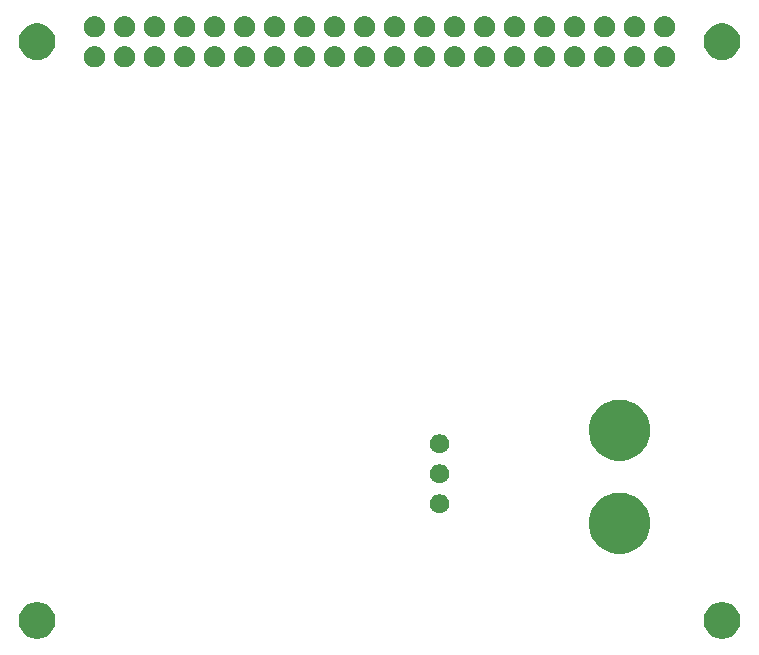
<source format=gbr>
G04 #@! TF.GenerationSoftware,KiCad,Pcbnew,(5.0.2)-1*
G04 #@! TF.CreationDate,2019-02-28T16:47:17-06:00*
G04 #@! TF.ProjectId,RaspberryPiBreakout_Hardware,52617370-6265-4727-9279-506942726561,rev?*
G04 #@! TF.SameCoordinates,Original*
G04 #@! TF.FileFunction,Soldermask,Bot*
G04 #@! TF.FilePolarity,Negative*
%FSLAX46Y46*%
G04 Gerber Fmt 4.6, Leading zero omitted, Abs format (unit mm)*
G04 Created by KiCad (PCBNEW (5.0.2)-1) date 2/28/2019 4:47:17 PM*
%MOMM*%
%LPD*%
G01*
G04 APERTURE LIST*
%ADD10C,0.100000*%
G04 APERTURE END LIST*
D10*
G36*
X176672527Y-125212736D02*
X176772410Y-125232604D01*
X177054674Y-125349521D01*
X177308705Y-125519259D01*
X177524741Y-125735295D01*
X177694479Y-125989326D01*
X177811396Y-126271590D01*
X177871000Y-126571240D01*
X177871000Y-126876760D01*
X177811396Y-127176410D01*
X177694479Y-127458674D01*
X177524741Y-127712705D01*
X177308705Y-127928741D01*
X177054674Y-128098479D01*
X176772410Y-128215396D01*
X176672527Y-128235264D01*
X176472762Y-128275000D01*
X176167238Y-128275000D01*
X175967473Y-128235264D01*
X175867590Y-128215396D01*
X175585326Y-128098479D01*
X175331295Y-127928741D01*
X175115259Y-127712705D01*
X174945521Y-127458674D01*
X174828604Y-127176410D01*
X174769000Y-126876760D01*
X174769000Y-126571240D01*
X174828604Y-126271590D01*
X174945521Y-125989326D01*
X175115259Y-125735295D01*
X175331295Y-125519259D01*
X175585326Y-125349521D01*
X175867590Y-125232604D01*
X175967473Y-125212736D01*
X176167238Y-125173000D01*
X176472762Y-125173000D01*
X176672527Y-125212736D01*
X176672527Y-125212736D01*
G37*
G36*
X118672527Y-125212736D02*
X118772410Y-125232604D01*
X119054674Y-125349521D01*
X119308705Y-125519259D01*
X119524741Y-125735295D01*
X119694479Y-125989326D01*
X119811396Y-126271590D01*
X119871000Y-126571240D01*
X119871000Y-126876760D01*
X119811396Y-127176410D01*
X119694479Y-127458674D01*
X119524741Y-127712705D01*
X119308705Y-127928741D01*
X119054674Y-128098479D01*
X118772410Y-128215396D01*
X118672527Y-128235264D01*
X118472762Y-128275000D01*
X118167238Y-128275000D01*
X117967473Y-128235264D01*
X117867590Y-128215396D01*
X117585326Y-128098479D01*
X117331295Y-127928741D01*
X117115259Y-127712705D01*
X116945521Y-127458674D01*
X116828604Y-127176410D01*
X116769000Y-126876760D01*
X116769000Y-126571240D01*
X116828604Y-126271590D01*
X116945521Y-125989326D01*
X117115259Y-125735295D01*
X117331295Y-125519259D01*
X117585326Y-125349521D01*
X117867590Y-125232604D01*
X117967473Y-125212736D01*
X118167238Y-125173000D01*
X118472762Y-125173000D01*
X118672527Y-125212736D01*
X118672527Y-125212736D01*
G37*
G36*
X168228908Y-115966380D02*
X168395767Y-115999570D01*
X168867299Y-116194885D01*
X169288803Y-116476526D01*
X169291669Y-116478441D01*
X169652559Y-116839331D01*
X169652561Y-116839334D01*
X169936115Y-117263701D01*
X170131430Y-117735233D01*
X170231000Y-118235809D01*
X170231000Y-118746191D01*
X170131430Y-119246767D01*
X169936115Y-119718299D01*
X169654474Y-120139803D01*
X169652559Y-120142669D01*
X169291669Y-120503559D01*
X169291666Y-120503561D01*
X168867299Y-120787115D01*
X168395767Y-120982430D01*
X168228908Y-121015620D01*
X167895193Y-121082000D01*
X167384807Y-121082000D01*
X167051092Y-121015620D01*
X166884233Y-120982430D01*
X166412701Y-120787115D01*
X165988334Y-120503561D01*
X165988331Y-120503559D01*
X165627441Y-120142669D01*
X165625526Y-120139803D01*
X165343885Y-119718299D01*
X165148570Y-119246767D01*
X165049000Y-118746191D01*
X165049000Y-118235809D01*
X165148570Y-117735233D01*
X165343885Y-117263701D01*
X165627439Y-116839334D01*
X165627441Y-116839331D01*
X165988331Y-116478441D01*
X165991197Y-116476526D01*
X166412701Y-116194885D01*
X166884233Y-115999570D01*
X167051092Y-115966380D01*
X167384807Y-115900000D01*
X167895193Y-115900000D01*
X168228908Y-115966380D01*
X168228908Y-115966380D01*
G37*
G36*
X152637142Y-116058242D02*
X152785102Y-116119530D01*
X152918258Y-116208502D01*
X153031498Y-116321742D01*
X153120470Y-116454898D01*
X153181758Y-116602858D01*
X153213000Y-116759925D01*
X153213000Y-116920075D01*
X153181758Y-117077142D01*
X153120470Y-117225102D01*
X153031498Y-117358258D01*
X152918258Y-117471498D01*
X152785102Y-117560470D01*
X152637142Y-117621758D01*
X152480075Y-117653000D01*
X152319925Y-117653000D01*
X152162858Y-117621758D01*
X152014898Y-117560470D01*
X151881742Y-117471498D01*
X151768502Y-117358258D01*
X151679530Y-117225102D01*
X151618242Y-117077142D01*
X151587000Y-116920075D01*
X151587000Y-116759925D01*
X151618242Y-116602858D01*
X151679530Y-116454898D01*
X151768502Y-116321742D01*
X151881742Y-116208502D01*
X152014898Y-116119530D01*
X152162858Y-116058242D01*
X152319925Y-116027000D01*
X152480075Y-116027000D01*
X152637142Y-116058242D01*
X152637142Y-116058242D01*
G37*
G36*
X152637142Y-113518242D02*
X152785102Y-113579530D01*
X152918258Y-113668502D01*
X153031498Y-113781742D01*
X153120470Y-113914898D01*
X153181758Y-114062858D01*
X153213000Y-114219925D01*
X153213000Y-114380075D01*
X153181758Y-114537142D01*
X153120470Y-114685102D01*
X153031498Y-114818258D01*
X152918258Y-114931498D01*
X152785102Y-115020470D01*
X152637142Y-115081758D01*
X152480075Y-115113000D01*
X152319925Y-115113000D01*
X152162858Y-115081758D01*
X152014898Y-115020470D01*
X151881742Y-114931498D01*
X151768502Y-114818258D01*
X151679530Y-114685102D01*
X151618242Y-114537142D01*
X151587000Y-114380075D01*
X151587000Y-114219925D01*
X151618242Y-114062858D01*
X151679530Y-113914898D01*
X151768502Y-113781742D01*
X151881742Y-113668502D01*
X152014898Y-113579530D01*
X152162858Y-113518242D01*
X152319925Y-113487000D01*
X152480075Y-113487000D01*
X152637142Y-113518242D01*
X152637142Y-113518242D01*
G37*
G36*
X168228908Y-108092380D02*
X168395767Y-108125570D01*
X168867299Y-108320885D01*
X169288803Y-108602526D01*
X169291669Y-108604441D01*
X169652559Y-108965331D01*
X169652561Y-108965334D01*
X169936115Y-109389701D01*
X169936115Y-109389702D01*
X170131430Y-109861234D01*
X170231000Y-110361807D01*
X170231000Y-110872193D01*
X170180017Y-111128501D01*
X170131430Y-111372767D01*
X169936115Y-111844299D01*
X169735125Y-112145100D01*
X169652559Y-112268669D01*
X169291669Y-112629559D01*
X169291666Y-112629561D01*
X168867299Y-112913115D01*
X168395767Y-113108430D01*
X168228908Y-113141620D01*
X167895193Y-113208000D01*
X167384807Y-113208000D01*
X167051092Y-113141620D01*
X166884233Y-113108430D01*
X166412701Y-112913115D01*
X165988334Y-112629561D01*
X165988331Y-112629559D01*
X165627441Y-112268669D01*
X165544875Y-112145100D01*
X165343885Y-111844299D01*
X165148570Y-111372767D01*
X165099983Y-111128501D01*
X165049000Y-110872193D01*
X165049000Y-110361807D01*
X165148570Y-109861234D01*
X165343885Y-109389702D01*
X165343885Y-109389701D01*
X165627439Y-108965334D01*
X165627441Y-108965331D01*
X165988331Y-108604441D01*
X165991197Y-108602526D01*
X166412701Y-108320885D01*
X166884233Y-108125570D01*
X167051092Y-108092380D01*
X167384807Y-108026000D01*
X167895193Y-108026000D01*
X168228908Y-108092380D01*
X168228908Y-108092380D01*
G37*
G36*
X152637142Y-110978242D02*
X152785102Y-111039530D01*
X152918258Y-111128502D01*
X153031498Y-111241742D01*
X153120470Y-111374898D01*
X153181758Y-111522858D01*
X153213000Y-111679925D01*
X153213000Y-111840075D01*
X153181758Y-111997142D01*
X153120470Y-112145102D01*
X153031498Y-112278258D01*
X152918258Y-112391498D01*
X152785102Y-112480470D01*
X152637142Y-112541758D01*
X152480075Y-112573000D01*
X152319925Y-112573000D01*
X152162858Y-112541758D01*
X152014898Y-112480470D01*
X151881742Y-112391498D01*
X151768502Y-112278258D01*
X151679530Y-112145102D01*
X151618242Y-111997142D01*
X151587000Y-111840075D01*
X151587000Y-111679925D01*
X151618242Y-111522858D01*
X151679530Y-111374898D01*
X151768502Y-111241742D01*
X151881742Y-111128502D01*
X152014898Y-111039530D01*
X152162858Y-110978242D01*
X152319925Y-110947000D01*
X152480075Y-110947000D01*
X152637142Y-110978242D01*
X152637142Y-110978242D01*
G37*
G36*
X146312812Y-78127624D02*
X146476784Y-78195544D01*
X146624354Y-78294147D01*
X146749853Y-78419646D01*
X146848456Y-78567216D01*
X146916376Y-78731188D01*
X146951000Y-78905259D01*
X146951000Y-79082741D01*
X146916376Y-79256812D01*
X146848456Y-79420784D01*
X146749853Y-79568354D01*
X146624354Y-79693853D01*
X146476784Y-79792456D01*
X146312812Y-79860376D01*
X146138741Y-79895000D01*
X145961259Y-79895000D01*
X145787188Y-79860376D01*
X145623216Y-79792456D01*
X145475646Y-79693853D01*
X145350147Y-79568354D01*
X145251544Y-79420784D01*
X145183624Y-79256812D01*
X145149000Y-79082741D01*
X145149000Y-78905259D01*
X145183624Y-78731188D01*
X145251544Y-78567216D01*
X145350147Y-78419646D01*
X145475646Y-78294147D01*
X145623216Y-78195544D01*
X145787188Y-78127624D01*
X145961259Y-78093000D01*
X146138741Y-78093000D01*
X146312812Y-78127624D01*
X146312812Y-78127624D01*
G37*
G36*
X128532812Y-78127624D02*
X128696784Y-78195544D01*
X128844354Y-78294147D01*
X128969853Y-78419646D01*
X129068456Y-78567216D01*
X129136376Y-78731188D01*
X129171000Y-78905259D01*
X129171000Y-79082741D01*
X129136376Y-79256812D01*
X129068456Y-79420784D01*
X128969853Y-79568354D01*
X128844354Y-79693853D01*
X128696784Y-79792456D01*
X128532812Y-79860376D01*
X128358741Y-79895000D01*
X128181259Y-79895000D01*
X128007188Y-79860376D01*
X127843216Y-79792456D01*
X127695646Y-79693853D01*
X127570147Y-79568354D01*
X127471544Y-79420784D01*
X127403624Y-79256812D01*
X127369000Y-79082741D01*
X127369000Y-78905259D01*
X127403624Y-78731188D01*
X127471544Y-78567216D01*
X127570147Y-78419646D01*
X127695646Y-78294147D01*
X127843216Y-78195544D01*
X128007188Y-78127624D01*
X128181259Y-78093000D01*
X128358741Y-78093000D01*
X128532812Y-78127624D01*
X128532812Y-78127624D01*
G37*
G36*
X143772812Y-78127624D02*
X143936784Y-78195544D01*
X144084354Y-78294147D01*
X144209853Y-78419646D01*
X144308456Y-78567216D01*
X144376376Y-78731188D01*
X144411000Y-78905259D01*
X144411000Y-79082741D01*
X144376376Y-79256812D01*
X144308456Y-79420784D01*
X144209853Y-79568354D01*
X144084354Y-79693853D01*
X143936784Y-79792456D01*
X143772812Y-79860376D01*
X143598741Y-79895000D01*
X143421259Y-79895000D01*
X143247188Y-79860376D01*
X143083216Y-79792456D01*
X142935646Y-79693853D01*
X142810147Y-79568354D01*
X142711544Y-79420784D01*
X142643624Y-79256812D01*
X142609000Y-79082741D01*
X142609000Y-78905259D01*
X142643624Y-78731188D01*
X142711544Y-78567216D01*
X142810147Y-78419646D01*
X142935646Y-78294147D01*
X143083216Y-78195544D01*
X143247188Y-78127624D01*
X143421259Y-78093000D01*
X143598741Y-78093000D01*
X143772812Y-78127624D01*
X143772812Y-78127624D01*
G37*
G36*
X141232812Y-78127624D02*
X141396784Y-78195544D01*
X141544354Y-78294147D01*
X141669853Y-78419646D01*
X141768456Y-78567216D01*
X141836376Y-78731188D01*
X141871000Y-78905259D01*
X141871000Y-79082741D01*
X141836376Y-79256812D01*
X141768456Y-79420784D01*
X141669853Y-79568354D01*
X141544354Y-79693853D01*
X141396784Y-79792456D01*
X141232812Y-79860376D01*
X141058741Y-79895000D01*
X140881259Y-79895000D01*
X140707188Y-79860376D01*
X140543216Y-79792456D01*
X140395646Y-79693853D01*
X140270147Y-79568354D01*
X140171544Y-79420784D01*
X140103624Y-79256812D01*
X140069000Y-79082741D01*
X140069000Y-78905259D01*
X140103624Y-78731188D01*
X140171544Y-78567216D01*
X140270147Y-78419646D01*
X140395646Y-78294147D01*
X140543216Y-78195544D01*
X140707188Y-78127624D01*
X140881259Y-78093000D01*
X141058741Y-78093000D01*
X141232812Y-78127624D01*
X141232812Y-78127624D01*
G37*
G36*
X138692812Y-78127624D02*
X138856784Y-78195544D01*
X139004354Y-78294147D01*
X139129853Y-78419646D01*
X139228456Y-78567216D01*
X139296376Y-78731188D01*
X139331000Y-78905259D01*
X139331000Y-79082741D01*
X139296376Y-79256812D01*
X139228456Y-79420784D01*
X139129853Y-79568354D01*
X139004354Y-79693853D01*
X138856784Y-79792456D01*
X138692812Y-79860376D01*
X138518741Y-79895000D01*
X138341259Y-79895000D01*
X138167188Y-79860376D01*
X138003216Y-79792456D01*
X137855646Y-79693853D01*
X137730147Y-79568354D01*
X137631544Y-79420784D01*
X137563624Y-79256812D01*
X137529000Y-79082741D01*
X137529000Y-78905259D01*
X137563624Y-78731188D01*
X137631544Y-78567216D01*
X137730147Y-78419646D01*
X137855646Y-78294147D01*
X138003216Y-78195544D01*
X138167188Y-78127624D01*
X138341259Y-78093000D01*
X138518741Y-78093000D01*
X138692812Y-78127624D01*
X138692812Y-78127624D01*
G37*
G36*
X136152812Y-78127624D02*
X136316784Y-78195544D01*
X136464354Y-78294147D01*
X136589853Y-78419646D01*
X136688456Y-78567216D01*
X136756376Y-78731188D01*
X136791000Y-78905259D01*
X136791000Y-79082741D01*
X136756376Y-79256812D01*
X136688456Y-79420784D01*
X136589853Y-79568354D01*
X136464354Y-79693853D01*
X136316784Y-79792456D01*
X136152812Y-79860376D01*
X135978741Y-79895000D01*
X135801259Y-79895000D01*
X135627188Y-79860376D01*
X135463216Y-79792456D01*
X135315646Y-79693853D01*
X135190147Y-79568354D01*
X135091544Y-79420784D01*
X135023624Y-79256812D01*
X134989000Y-79082741D01*
X134989000Y-78905259D01*
X135023624Y-78731188D01*
X135091544Y-78567216D01*
X135190147Y-78419646D01*
X135315646Y-78294147D01*
X135463216Y-78195544D01*
X135627188Y-78127624D01*
X135801259Y-78093000D01*
X135978741Y-78093000D01*
X136152812Y-78127624D01*
X136152812Y-78127624D01*
G37*
G36*
X133612812Y-78127624D02*
X133776784Y-78195544D01*
X133924354Y-78294147D01*
X134049853Y-78419646D01*
X134148456Y-78567216D01*
X134216376Y-78731188D01*
X134251000Y-78905259D01*
X134251000Y-79082741D01*
X134216376Y-79256812D01*
X134148456Y-79420784D01*
X134049853Y-79568354D01*
X133924354Y-79693853D01*
X133776784Y-79792456D01*
X133612812Y-79860376D01*
X133438741Y-79895000D01*
X133261259Y-79895000D01*
X133087188Y-79860376D01*
X132923216Y-79792456D01*
X132775646Y-79693853D01*
X132650147Y-79568354D01*
X132551544Y-79420784D01*
X132483624Y-79256812D01*
X132449000Y-79082741D01*
X132449000Y-78905259D01*
X132483624Y-78731188D01*
X132551544Y-78567216D01*
X132650147Y-78419646D01*
X132775646Y-78294147D01*
X132923216Y-78195544D01*
X133087188Y-78127624D01*
X133261259Y-78093000D01*
X133438741Y-78093000D01*
X133612812Y-78127624D01*
X133612812Y-78127624D01*
G37*
G36*
X131072812Y-78127624D02*
X131236784Y-78195544D01*
X131384354Y-78294147D01*
X131509853Y-78419646D01*
X131608456Y-78567216D01*
X131676376Y-78731188D01*
X131711000Y-78905259D01*
X131711000Y-79082741D01*
X131676376Y-79256812D01*
X131608456Y-79420784D01*
X131509853Y-79568354D01*
X131384354Y-79693853D01*
X131236784Y-79792456D01*
X131072812Y-79860376D01*
X130898741Y-79895000D01*
X130721259Y-79895000D01*
X130547188Y-79860376D01*
X130383216Y-79792456D01*
X130235646Y-79693853D01*
X130110147Y-79568354D01*
X130011544Y-79420784D01*
X129943624Y-79256812D01*
X129909000Y-79082741D01*
X129909000Y-78905259D01*
X129943624Y-78731188D01*
X130011544Y-78567216D01*
X130110147Y-78419646D01*
X130235646Y-78294147D01*
X130383216Y-78195544D01*
X130547188Y-78127624D01*
X130721259Y-78093000D01*
X130898741Y-78093000D01*
X131072812Y-78127624D01*
X131072812Y-78127624D01*
G37*
G36*
X125992812Y-78127624D02*
X126156784Y-78195544D01*
X126304354Y-78294147D01*
X126429853Y-78419646D01*
X126528456Y-78567216D01*
X126596376Y-78731188D01*
X126631000Y-78905259D01*
X126631000Y-79082741D01*
X126596376Y-79256812D01*
X126528456Y-79420784D01*
X126429853Y-79568354D01*
X126304354Y-79693853D01*
X126156784Y-79792456D01*
X125992812Y-79860376D01*
X125818741Y-79895000D01*
X125641259Y-79895000D01*
X125467188Y-79860376D01*
X125303216Y-79792456D01*
X125155646Y-79693853D01*
X125030147Y-79568354D01*
X124931544Y-79420784D01*
X124863624Y-79256812D01*
X124829000Y-79082741D01*
X124829000Y-78905259D01*
X124863624Y-78731188D01*
X124931544Y-78567216D01*
X125030147Y-78419646D01*
X125155646Y-78294147D01*
X125303216Y-78195544D01*
X125467188Y-78127624D01*
X125641259Y-78093000D01*
X125818741Y-78093000D01*
X125992812Y-78127624D01*
X125992812Y-78127624D01*
G37*
G36*
X123452812Y-78127624D02*
X123616784Y-78195544D01*
X123764354Y-78294147D01*
X123889853Y-78419646D01*
X123988456Y-78567216D01*
X124056376Y-78731188D01*
X124091000Y-78905259D01*
X124091000Y-79082741D01*
X124056376Y-79256812D01*
X123988456Y-79420784D01*
X123889853Y-79568354D01*
X123764354Y-79693853D01*
X123616784Y-79792456D01*
X123452812Y-79860376D01*
X123278741Y-79895000D01*
X123101259Y-79895000D01*
X122927188Y-79860376D01*
X122763216Y-79792456D01*
X122615646Y-79693853D01*
X122490147Y-79568354D01*
X122391544Y-79420784D01*
X122323624Y-79256812D01*
X122289000Y-79082741D01*
X122289000Y-78905259D01*
X122323624Y-78731188D01*
X122391544Y-78567216D01*
X122490147Y-78419646D01*
X122615646Y-78294147D01*
X122763216Y-78195544D01*
X122927188Y-78127624D01*
X123101259Y-78093000D01*
X123278741Y-78093000D01*
X123452812Y-78127624D01*
X123452812Y-78127624D01*
G37*
G36*
X151392812Y-78127624D02*
X151556784Y-78195544D01*
X151704354Y-78294147D01*
X151829853Y-78419646D01*
X151928456Y-78567216D01*
X151996376Y-78731188D01*
X152031000Y-78905259D01*
X152031000Y-79082741D01*
X151996376Y-79256812D01*
X151928456Y-79420784D01*
X151829853Y-79568354D01*
X151704354Y-79693853D01*
X151556784Y-79792456D01*
X151392812Y-79860376D01*
X151218741Y-79895000D01*
X151041259Y-79895000D01*
X150867188Y-79860376D01*
X150703216Y-79792456D01*
X150555646Y-79693853D01*
X150430147Y-79568354D01*
X150331544Y-79420784D01*
X150263624Y-79256812D01*
X150229000Y-79082741D01*
X150229000Y-78905259D01*
X150263624Y-78731188D01*
X150331544Y-78567216D01*
X150430147Y-78419646D01*
X150555646Y-78294147D01*
X150703216Y-78195544D01*
X150867188Y-78127624D01*
X151041259Y-78093000D01*
X151218741Y-78093000D01*
X151392812Y-78127624D01*
X151392812Y-78127624D01*
G37*
G36*
X156472812Y-78127624D02*
X156636784Y-78195544D01*
X156784354Y-78294147D01*
X156909853Y-78419646D01*
X157008456Y-78567216D01*
X157076376Y-78731188D01*
X157111000Y-78905259D01*
X157111000Y-79082741D01*
X157076376Y-79256812D01*
X157008456Y-79420784D01*
X156909853Y-79568354D01*
X156784354Y-79693853D01*
X156636784Y-79792456D01*
X156472812Y-79860376D01*
X156298741Y-79895000D01*
X156121259Y-79895000D01*
X155947188Y-79860376D01*
X155783216Y-79792456D01*
X155635646Y-79693853D01*
X155510147Y-79568354D01*
X155411544Y-79420784D01*
X155343624Y-79256812D01*
X155309000Y-79082741D01*
X155309000Y-78905259D01*
X155343624Y-78731188D01*
X155411544Y-78567216D01*
X155510147Y-78419646D01*
X155635646Y-78294147D01*
X155783216Y-78195544D01*
X155947188Y-78127624D01*
X156121259Y-78093000D01*
X156298741Y-78093000D01*
X156472812Y-78127624D01*
X156472812Y-78127624D01*
G37*
G36*
X164092812Y-78127624D02*
X164256784Y-78195544D01*
X164404354Y-78294147D01*
X164529853Y-78419646D01*
X164628456Y-78567216D01*
X164696376Y-78731188D01*
X164731000Y-78905259D01*
X164731000Y-79082741D01*
X164696376Y-79256812D01*
X164628456Y-79420784D01*
X164529853Y-79568354D01*
X164404354Y-79693853D01*
X164256784Y-79792456D01*
X164092812Y-79860376D01*
X163918741Y-79895000D01*
X163741259Y-79895000D01*
X163567188Y-79860376D01*
X163403216Y-79792456D01*
X163255646Y-79693853D01*
X163130147Y-79568354D01*
X163031544Y-79420784D01*
X162963624Y-79256812D01*
X162929000Y-79082741D01*
X162929000Y-78905259D01*
X162963624Y-78731188D01*
X163031544Y-78567216D01*
X163130147Y-78419646D01*
X163255646Y-78294147D01*
X163403216Y-78195544D01*
X163567188Y-78127624D01*
X163741259Y-78093000D01*
X163918741Y-78093000D01*
X164092812Y-78127624D01*
X164092812Y-78127624D01*
G37*
G36*
X166632812Y-78127624D02*
X166796784Y-78195544D01*
X166944354Y-78294147D01*
X167069853Y-78419646D01*
X167168456Y-78567216D01*
X167236376Y-78731188D01*
X167271000Y-78905259D01*
X167271000Y-79082741D01*
X167236376Y-79256812D01*
X167168456Y-79420784D01*
X167069853Y-79568354D01*
X166944354Y-79693853D01*
X166796784Y-79792456D01*
X166632812Y-79860376D01*
X166458741Y-79895000D01*
X166281259Y-79895000D01*
X166107188Y-79860376D01*
X165943216Y-79792456D01*
X165795646Y-79693853D01*
X165670147Y-79568354D01*
X165571544Y-79420784D01*
X165503624Y-79256812D01*
X165469000Y-79082741D01*
X165469000Y-78905259D01*
X165503624Y-78731188D01*
X165571544Y-78567216D01*
X165670147Y-78419646D01*
X165795646Y-78294147D01*
X165943216Y-78195544D01*
X166107188Y-78127624D01*
X166281259Y-78093000D01*
X166458741Y-78093000D01*
X166632812Y-78127624D01*
X166632812Y-78127624D01*
G37*
G36*
X169172812Y-78127624D02*
X169336784Y-78195544D01*
X169484354Y-78294147D01*
X169609853Y-78419646D01*
X169708456Y-78567216D01*
X169776376Y-78731188D01*
X169811000Y-78905259D01*
X169811000Y-79082741D01*
X169776376Y-79256812D01*
X169708456Y-79420784D01*
X169609853Y-79568354D01*
X169484354Y-79693853D01*
X169336784Y-79792456D01*
X169172812Y-79860376D01*
X168998741Y-79895000D01*
X168821259Y-79895000D01*
X168647188Y-79860376D01*
X168483216Y-79792456D01*
X168335646Y-79693853D01*
X168210147Y-79568354D01*
X168111544Y-79420784D01*
X168043624Y-79256812D01*
X168009000Y-79082741D01*
X168009000Y-78905259D01*
X168043624Y-78731188D01*
X168111544Y-78567216D01*
X168210147Y-78419646D01*
X168335646Y-78294147D01*
X168483216Y-78195544D01*
X168647188Y-78127624D01*
X168821259Y-78093000D01*
X168998741Y-78093000D01*
X169172812Y-78127624D01*
X169172812Y-78127624D01*
G37*
G36*
X171712812Y-78127624D02*
X171876784Y-78195544D01*
X172024354Y-78294147D01*
X172149853Y-78419646D01*
X172248456Y-78567216D01*
X172316376Y-78731188D01*
X172351000Y-78905259D01*
X172351000Y-79082741D01*
X172316376Y-79256812D01*
X172248456Y-79420784D01*
X172149853Y-79568354D01*
X172024354Y-79693853D01*
X171876784Y-79792456D01*
X171712812Y-79860376D01*
X171538741Y-79895000D01*
X171361259Y-79895000D01*
X171187188Y-79860376D01*
X171023216Y-79792456D01*
X170875646Y-79693853D01*
X170750147Y-79568354D01*
X170651544Y-79420784D01*
X170583624Y-79256812D01*
X170549000Y-79082741D01*
X170549000Y-78905259D01*
X170583624Y-78731188D01*
X170651544Y-78567216D01*
X170750147Y-78419646D01*
X170875646Y-78294147D01*
X171023216Y-78195544D01*
X171187188Y-78127624D01*
X171361259Y-78093000D01*
X171538741Y-78093000D01*
X171712812Y-78127624D01*
X171712812Y-78127624D01*
G37*
G36*
X161552812Y-78127624D02*
X161716784Y-78195544D01*
X161864354Y-78294147D01*
X161989853Y-78419646D01*
X162088456Y-78567216D01*
X162156376Y-78731188D01*
X162191000Y-78905259D01*
X162191000Y-79082741D01*
X162156376Y-79256812D01*
X162088456Y-79420784D01*
X161989853Y-79568354D01*
X161864354Y-79693853D01*
X161716784Y-79792456D01*
X161552812Y-79860376D01*
X161378741Y-79895000D01*
X161201259Y-79895000D01*
X161027188Y-79860376D01*
X160863216Y-79792456D01*
X160715646Y-79693853D01*
X160590147Y-79568354D01*
X160491544Y-79420784D01*
X160423624Y-79256812D01*
X160389000Y-79082741D01*
X160389000Y-78905259D01*
X160423624Y-78731188D01*
X160491544Y-78567216D01*
X160590147Y-78419646D01*
X160715646Y-78294147D01*
X160863216Y-78195544D01*
X161027188Y-78127624D01*
X161201259Y-78093000D01*
X161378741Y-78093000D01*
X161552812Y-78127624D01*
X161552812Y-78127624D01*
G37*
G36*
X153932812Y-78127624D02*
X154096784Y-78195544D01*
X154244354Y-78294147D01*
X154369853Y-78419646D01*
X154468456Y-78567216D01*
X154536376Y-78731188D01*
X154571000Y-78905259D01*
X154571000Y-79082741D01*
X154536376Y-79256812D01*
X154468456Y-79420784D01*
X154369853Y-79568354D01*
X154244354Y-79693853D01*
X154096784Y-79792456D01*
X153932812Y-79860376D01*
X153758741Y-79895000D01*
X153581259Y-79895000D01*
X153407188Y-79860376D01*
X153243216Y-79792456D01*
X153095646Y-79693853D01*
X152970147Y-79568354D01*
X152871544Y-79420784D01*
X152803624Y-79256812D01*
X152769000Y-79082741D01*
X152769000Y-78905259D01*
X152803624Y-78731188D01*
X152871544Y-78567216D01*
X152970147Y-78419646D01*
X153095646Y-78294147D01*
X153243216Y-78195544D01*
X153407188Y-78127624D01*
X153581259Y-78093000D01*
X153758741Y-78093000D01*
X153932812Y-78127624D01*
X153932812Y-78127624D01*
G37*
G36*
X159012812Y-78127624D02*
X159176784Y-78195544D01*
X159324354Y-78294147D01*
X159449853Y-78419646D01*
X159548456Y-78567216D01*
X159616376Y-78731188D01*
X159651000Y-78905259D01*
X159651000Y-79082741D01*
X159616376Y-79256812D01*
X159548456Y-79420784D01*
X159449853Y-79568354D01*
X159324354Y-79693853D01*
X159176784Y-79792456D01*
X159012812Y-79860376D01*
X158838741Y-79895000D01*
X158661259Y-79895000D01*
X158487188Y-79860376D01*
X158323216Y-79792456D01*
X158175646Y-79693853D01*
X158050147Y-79568354D01*
X157951544Y-79420784D01*
X157883624Y-79256812D01*
X157849000Y-79082741D01*
X157849000Y-78905259D01*
X157883624Y-78731188D01*
X157951544Y-78567216D01*
X158050147Y-78419646D01*
X158175646Y-78294147D01*
X158323216Y-78195544D01*
X158487188Y-78127624D01*
X158661259Y-78093000D01*
X158838741Y-78093000D01*
X159012812Y-78127624D01*
X159012812Y-78127624D01*
G37*
G36*
X148852812Y-78127624D02*
X149016784Y-78195544D01*
X149164354Y-78294147D01*
X149289853Y-78419646D01*
X149388456Y-78567216D01*
X149456376Y-78731188D01*
X149491000Y-78905259D01*
X149491000Y-79082741D01*
X149456376Y-79256812D01*
X149388456Y-79420784D01*
X149289853Y-79568354D01*
X149164354Y-79693853D01*
X149016784Y-79792456D01*
X148852812Y-79860376D01*
X148678741Y-79895000D01*
X148501259Y-79895000D01*
X148327188Y-79860376D01*
X148163216Y-79792456D01*
X148015646Y-79693853D01*
X147890147Y-79568354D01*
X147791544Y-79420784D01*
X147723624Y-79256812D01*
X147689000Y-79082741D01*
X147689000Y-78905259D01*
X147723624Y-78731188D01*
X147791544Y-78567216D01*
X147890147Y-78419646D01*
X148015646Y-78294147D01*
X148163216Y-78195544D01*
X148327188Y-78127624D01*
X148501259Y-78093000D01*
X148678741Y-78093000D01*
X148852812Y-78127624D01*
X148852812Y-78127624D01*
G37*
G36*
X118672527Y-76212736D02*
X118772410Y-76232604D01*
X119054674Y-76349521D01*
X119308705Y-76519259D01*
X119524741Y-76735295D01*
X119694479Y-76989326D01*
X119811396Y-77271590D01*
X119871000Y-77571240D01*
X119871000Y-77876760D01*
X119811396Y-78176410D01*
X119694479Y-78458674D01*
X119524741Y-78712705D01*
X119308705Y-78928741D01*
X119054674Y-79098479D01*
X118772410Y-79215396D01*
X118672527Y-79235264D01*
X118472762Y-79275000D01*
X118167238Y-79275000D01*
X117967473Y-79235264D01*
X117867590Y-79215396D01*
X117585326Y-79098479D01*
X117331295Y-78928741D01*
X117115259Y-78712705D01*
X116945521Y-78458674D01*
X116828604Y-78176410D01*
X116769000Y-77876760D01*
X116769000Y-77571240D01*
X116828604Y-77271590D01*
X116945521Y-76989326D01*
X117115259Y-76735295D01*
X117331295Y-76519259D01*
X117585326Y-76349521D01*
X117867590Y-76232604D01*
X117967473Y-76212736D01*
X118167238Y-76173000D01*
X118472762Y-76173000D01*
X118672527Y-76212736D01*
X118672527Y-76212736D01*
G37*
G36*
X176672527Y-76212736D02*
X176772410Y-76232604D01*
X177054674Y-76349521D01*
X177308705Y-76519259D01*
X177524741Y-76735295D01*
X177694479Y-76989326D01*
X177811396Y-77271590D01*
X177871000Y-77571240D01*
X177871000Y-77876760D01*
X177811396Y-78176410D01*
X177694479Y-78458674D01*
X177524741Y-78712705D01*
X177308705Y-78928741D01*
X177054674Y-79098479D01*
X176772410Y-79215396D01*
X176672527Y-79235264D01*
X176472762Y-79275000D01*
X176167238Y-79275000D01*
X175967473Y-79235264D01*
X175867590Y-79215396D01*
X175585326Y-79098479D01*
X175331295Y-78928741D01*
X175115259Y-78712705D01*
X174945521Y-78458674D01*
X174828604Y-78176410D01*
X174769000Y-77876760D01*
X174769000Y-77571240D01*
X174828604Y-77271590D01*
X174945521Y-76989326D01*
X175115259Y-76735295D01*
X175331295Y-76519259D01*
X175585326Y-76349521D01*
X175867590Y-76232604D01*
X175967473Y-76212736D01*
X176167238Y-76173000D01*
X176472762Y-76173000D01*
X176672527Y-76212736D01*
X176672527Y-76212736D01*
G37*
G36*
X159012812Y-75587624D02*
X159176784Y-75655544D01*
X159324354Y-75754147D01*
X159449853Y-75879646D01*
X159548456Y-76027216D01*
X159616376Y-76191188D01*
X159651000Y-76365259D01*
X159651000Y-76542741D01*
X159616376Y-76716812D01*
X159548456Y-76880784D01*
X159449853Y-77028354D01*
X159324354Y-77153853D01*
X159176784Y-77252456D01*
X159012812Y-77320376D01*
X158838741Y-77355000D01*
X158661259Y-77355000D01*
X158487188Y-77320376D01*
X158323216Y-77252456D01*
X158175646Y-77153853D01*
X158050147Y-77028354D01*
X157951544Y-76880784D01*
X157883624Y-76716812D01*
X157849000Y-76542741D01*
X157849000Y-76365259D01*
X157883624Y-76191188D01*
X157951544Y-76027216D01*
X158050147Y-75879646D01*
X158175646Y-75754147D01*
X158323216Y-75655544D01*
X158487188Y-75587624D01*
X158661259Y-75553000D01*
X158838741Y-75553000D01*
X159012812Y-75587624D01*
X159012812Y-75587624D01*
G37*
G36*
X161552812Y-75587624D02*
X161716784Y-75655544D01*
X161864354Y-75754147D01*
X161989853Y-75879646D01*
X162088456Y-76027216D01*
X162156376Y-76191188D01*
X162191000Y-76365259D01*
X162191000Y-76542741D01*
X162156376Y-76716812D01*
X162088456Y-76880784D01*
X161989853Y-77028354D01*
X161864354Y-77153853D01*
X161716784Y-77252456D01*
X161552812Y-77320376D01*
X161378741Y-77355000D01*
X161201259Y-77355000D01*
X161027188Y-77320376D01*
X160863216Y-77252456D01*
X160715646Y-77153853D01*
X160590147Y-77028354D01*
X160491544Y-76880784D01*
X160423624Y-76716812D01*
X160389000Y-76542741D01*
X160389000Y-76365259D01*
X160423624Y-76191188D01*
X160491544Y-76027216D01*
X160590147Y-75879646D01*
X160715646Y-75754147D01*
X160863216Y-75655544D01*
X161027188Y-75587624D01*
X161201259Y-75553000D01*
X161378741Y-75553000D01*
X161552812Y-75587624D01*
X161552812Y-75587624D01*
G37*
G36*
X156472812Y-75587624D02*
X156636784Y-75655544D01*
X156784354Y-75754147D01*
X156909853Y-75879646D01*
X157008456Y-76027216D01*
X157076376Y-76191188D01*
X157111000Y-76365259D01*
X157111000Y-76542741D01*
X157076376Y-76716812D01*
X157008456Y-76880784D01*
X156909853Y-77028354D01*
X156784354Y-77153853D01*
X156636784Y-77252456D01*
X156472812Y-77320376D01*
X156298741Y-77355000D01*
X156121259Y-77355000D01*
X155947188Y-77320376D01*
X155783216Y-77252456D01*
X155635646Y-77153853D01*
X155510147Y-77028354D01*
X155411544Y-76880784D01*
X155343624Y-76716812D01*
X155309000Y-76542741D01*
X155309000Y-76365259D01*
X155343624Y-76191188D01*
X155411544Y-76027216D01*
X155510147Y-75879646D01*
X155635646Y-75754147D01*
X155783216Y-75655544D01*
X155947188Y-75587624D01*
X156121259Y-75553000D01*
X156298741Y-75553000D01*
X156472812Y-75587624D01*
X156472812Y-75587624D01*
G37*
G36*
X164092812Y-75587624D02*
X164256784Y-75655544D01*
X164404354Y-75754147D01*
X164529853Y-75879646D01*
X164628456Y-76027216D01*
X164696376Y-76191188D01*
X164731000Y-76365259D01*
X164731000Y-76542741D01*
X164696376Y-76716812D01*
X164628456Y-76880784D01*
X164529853Y-77028354D01*
X164404354Y-77153853D01*
X164256784Y-77252456D01*
X164092812Y-77320376D01*
X163918741Y-77355000D01*
X163741259Y-77355000D01*
X163567188Y-77320376D01*
X163403216Y-77252456D01*
X163255646Y-77153853D01*
X163130147Y-77028354D01*
X163031544Y-76880784D01*
X162963624Y-76716812D01*
X162929000Y-76542741D01*
X162929000Y-76365259D01*
X162963624Y-76191188D01*
X163031544Y-76027216D01*
X163130147Y-75879646D01*
X163255646Y-75754147D01*
X163403216Y-75655544D01*
X163567188Y-75587624D01*
X163741259Y-75553000D01*
X163918741Y-75553000D01*
X164092812Y-75587624D01*
X164092812Y-75587624D01*
G37*
G36*
X153932812Y-75587624D02*
X154096784Y-75655544D01*
X154244354Y-75754147D01*
X154369853Y-75879646D01*
X154468456Y-76027216D01*
X154536376Y-76191188D01*
X154571000Y-76365259D01*
X154571000Y-76542741D01*
X154536376Y-76716812D01*
X154468456Y-76880784D01*
X154369853Y-77028354D01*
X154244354Y-77153853D01*
X154096784Y-77252456D01*
X153932812Y-77320376D01*
X153758741Y-77355000D01*
X153581259Y-77355000D01*
X153407188Y-77320376D01*
X153243216Y-77252456D01*
X153095646Y-77153853D01*
X152970147Y-77028354D01*
X152871544Y-76880784D01*
X152803624Y-76716812D01*
X152769000Y-76542741D01*
X152769000Y-76365259D01*
X152803624Y-76191188D01*
X152871544Y-76027216D01*
X152970147Y-75879646D01*
X153095646Y-75754147D01*
X153243216Y-75655544D01*
X153407188Y-75587624D01*
X153581259Y-75553000D01*
X153758741Y-75553000D01*
X153932812Y-75587624D01*
X153932812Y-75587624D01*
G37*
G36*
X169172812Y-75587624D02*
X169336784Y-75655544D01*
X169484354Y-75754147D01*
X169609853Y-75879646D01*
X169708456Y-76027216D01*
X169776376Y-76191188D01*
X169811000Y-76365259D01*
X169811000Y-76542741D01*
X169776376Y-76716812D01*
X169708456Y-76880784D01*
X169609853Y-77028354D01*
X169484354Y-77153853D01*
X169336784Y-77252456D01*
X169172812Y-77320376D01*
X168998741Y-77355000D01*
X168821259Y-77355000D01*
X168647188Y-77320376D01*
X168483216Y-77252456D01*
X168335646Y-77153853D01*
X168210147Y-77028354D01*
X168111544Y-76880784D01*
X168043624Y-76716812D01*
X168009000Y-76542741D01*
X168009000Y-76365259D01*
X168043624Y-76191188D01*
X168111544Y-76027216D01*
X168210147Y-75879646D01*
X168335646Y-75754147D01*
X168483216Y-75655544D01*
X168647188Y-75587624D01*
X168821259Y-75553000D01*
X168998741Y-75553000D01*
X169172812Y-75587624D01*
X169172812Y-75587624D01*
G37*
G36*
X166632812Y-75587624D02*
X166796784Y-75655544D01*
X166944354Y-75754147D01*
X167069853Y-75879646D01*
X167168456Y-76027216D01*
X167236376Y-76191188D01*
X167271000Y-76365259D01*
X167271000Y-76542741D01*
X167236376Y-76716812D01*
X167168456Y-76880784D01*
X167069853Y-77028354D01*
X166944354Y-77153853D01*
X166796784Y-77252456D01*
X166632812Y-77320376D01*
X166458741Y-77355000D01*
X166281259Y-77355000D01*
X166107188Y-77320376D01*
X165943216Y-77252456D01*
X165795646Y-77153853D01*
X165670147Y-77028354D01*
X165571544Y-76880784D01*
X165503624Y-76716812D01*
X165469000Y-76542741D01*
X165469000Y-76365259D01*
X165503624Y-76191188D01*
X165571544Y-76027216D01*
X165670147Y-75879646D01*
X165795646Y-75754147D01*
X165943216Y-75655544D01*
X166107188Y-75587624D01*
X166281259Y-75553000D01*
X166458741Y-75553000D01*
X166632812Y-75587624D01*
X166632812Y-75587624D01*
G37*
G36*
X123452812Y-75587624D02*
X123616784Y-75655544D01*
X123764354Y-75754147D01*
X123889853Y-75879646D01*
X123988456Y-76027216D01*
X124056376Y-76191188D01*
X124091000Y-76365259D01*
X124091000Y-76542741D01*
X124056376Y-76716812D01*
X123988456Y-76880784D01*
X123889853Y-77028354D01*
X123764354Y-77153853D01*
X123616784Y-77252456D01*
X123452812Y-77320376D01*
X123278741Y-77355000D01*
X123101259Y-77355000D01*
X122927188Y-77320376D01*
X122763216Y-77252456D01*
X122615646Y-77153853D01*
X122490147Y-77028354D01*
X122391544Y-76880784D01*
X122323624Y-76716812D01*
X122289000Y-76542741D01*
X122289000Y-76365259D01*
X122323624Y-76191188D01*
X122391544Y-76027216D01*
X122490147Y-75879646D01*
X122615646Y-75754147D01*
X122763216Y-75655544D01*
X122927188Y-75587624D01*
X123101259Y-75553000D01*
X123278741Y-75553000D01*
X123452812Y-75587624D01*
X123452812Y-75587624D01*
G37*
G36*
X125992812Y-75587624D02*
X126156784Y-75655544D01*
X126304354Y-75754147D01*
X126429853Y-75879646D01*
X126528456Y-76027216D01*
X126596376Y-76191188D01*
X126631000Y-76365259D01*
X126631000Y-76542741D01*
X126596376Y-76716812D01*
X126528456Y-76880784D01*
X126429853Y-77028354D01*
X126304354Y-77153853D01*
X126156784Y-77252456D01*
X125992812Y-77320376D01*
X125818741Y-77355000D01*
X125641259Y-77355000D01*
X125467188Y-77320376D01*
X125303216Y-77252456D01*
X125155646Y-77153853D01*
X125030147Y-77028354D01*
X124931544Y-76880784D01*
X124863624Y-76716812D01*
X124829000Y-76542741D01*
X124829000Y-76365259D01*
X124863624Y-76191188D01*
X124931544Y-76027216D01*
X125030147Y-75879646D01*
X125155646Y-75754147D01*
X125303216Y-75655544D01*
X125467188Y-75587624D01*
X125641259Y-75553000D01*
X125818741Y-75553000D01*
X125992812Y-75587624D01*
X125992812Y-75587624D01*
G37*
G36*
X128532812Y-75587624D02*
X128696784Y-75655544D01*
X128844354Y-75754147D01*
X128969853Y-75879646D01*
X129068456Y-76027216D01*
X129136376Y-76191188D01*
X129171000Y-76365259D01*
X129171000Y-76542741D01*
X129136376Y-76716812D01*
X129068456Y-76880784D01*
X128969853Y-77028354D01*
X128844354Y-77153853D01*
X128696784Y-77252456D01*
X128532812Y-77320376D01*
X128358741Y-77355000D01*
X128181259Y-77355000D01*
X128007188Y-77320376D01*
X127843216Y-77252456D01*
X127695646Y-77153853D01*
X127570147Y-77028354D01*
X127471544Y-76880784D01*
X127403624Y-76716812D01*
X127369000Y-76542741D01*
X127369000Y-76365259D01*
X127403624Y-76191188D01*
X127471544Y-76027216D01*
X127570147Y-75879646D01*
X127695646Y-75754147D01*
X127843216Y-75655544D01*
X128007188Y-75587624D01*
X128181259Y-75553000D01*
X128358741Y-75553000D01*
X128532812Y-75587624D01*
X128532812Y-75587624D01*
G37*
G36*
X131072812Y-75587624D02*
X131236784Y-75655544D01*
X131384354Y-75754147D01*
X131509853Y-75879646D01*
X131608456Y-76027216D01*
X131676376Y-76191188D01*
X131711000Y-76365259D01*
X131711000Y-76542741D01*
X131676376Y-76716812D01*
X131608456Y-76880784D01*
X131509853Y-77028354D01*
X131384354Y-77153853D01*
X131236784Y-77252456D01*
X131072812Y-77320376D01*
X130898741Y-77355000D01*
X130721259Y-77355000D01*
X130547188Y-77320376D01*
X130383216Y-77252456D01*
X130235646Y-77153853D01*
X130110147Y-77028354D01*
X130011544Y-76880784D01*
X129943624Y-76716812D01*
X129909000Y-76542741D01*
X129909000Y-76365259D01*
X129943624Y-76191188D01*
X130011544Y-76027216D01*
X130110147Y-75879646D01*
X130235646Y-75754147D01*
X130383216Y-75655544D01*
X130547188Y-75587624D01*
X130721259Y-75553000D01*
X130898741Y-75553000D01*
X131072812Y-75587624D01*
X131072812Y-75587624D01*
G37*
G36*
X133612812Y-75587624D02*
X133776784Y-75655544D01*
X133924354Y-75754147D01*
X134049853Y-75879646D01*
X134148456Y-76027216D01*
X134216376Y-76191188D01*
X134251000Y-76365259D01*
X134251000Y-76542741D01*
X134216376Y-76716812D01*
X134148456Y-76880784D01*
X134049853Y-77028354D01*
X133924354Y-77153853D01*
X133776784Y-77252456D01*
X133612812Y-77320376D01*
X133438741Y-77355000D01*
X133261259Y-77355000D01*
X133087188Y-77320376D01*
X132923216Y-77252456D01*
X132775646Y-77153853D01*
X132650147Y-77028354D01*
X132551544Y-76880784D01*
X132483624Y-76716812D01*
X132449000Y-76542741D01*
X132449000Y-76365259D01*
X132483624Y-76191188D01*
X132551544Y-76027216D01*
X132650147Y-75879646D01*
X132775646Y-75754147D01*
X132923216Y-75655544D01*
X133087188Y-75587624D01*
X133261259Y-75553000D01*
X133438741Y-75553000D01*
X133612812Y-75587624D01*
X133612812Y-75587624D01*
G37*
G36*
X136152812Y-75587624D02*
X136316784Y-75655544D01*
X136464354Y-75754147D01*
X136589853Y-75879646D01*
X136688456Y-76027216D01*
X136756376Y-76191188D01*
X136791000Y-76365259D01*
X136791000Y-76542741D01*
X136756376Y-76716812D01*
X136688456Y-76880784D01*
X136589853Y-77028354D01*
X136464354Y-77153853D01*
X136316784Y-77252456D01*
X136152812Y-77320376D01*
X135978741Y-77355000D01*
X135801259Y-77355000D01*
X135627188Y-77320376D01*
X135463216Y-77252456D01*
X135315646Y-77153853D01*
X135190147Y-77028354D01*
X135091544Y-76880784D01*
X135023624Y-76716812D01*
X134989000Y-76542741D01*
X134989000Y-76365259D01*
X135023624Y-76191188D01*
X135091544Y-76027216D01*
X135190147Y-75879646D01*
X135315646Y-75754147D01*
X135463216Y-75655544D01*
X135627188Y-75587624D01*
X135801259Y-75553000D01*
X135978741Y-75553000D01*
X136152812Y-75587624D01*
X136152812Y-75587624D01*
G37*
G36*
X138692812Y-75587624D02*
X138856784Y-75655544D01*
X139004354Y-75754147D01*
X139129853Y-75879646D01*
X139228456Y-76027216D01*
X139296376Y-76191188D01*
X139331000Y-76365259D01*
X139331000Y-76542741D01*
X139296376Y-76716812D01*
X139228456Y-76880784D01*
X139129853Y-77028354D01*
X139004354Y-77153853D01*
X138856784Y-77252456D01*
X138692812Y-77320376D01*
X138518741Y-77355000D01*
X138341259Y-77355000D01*
X138167188Y-77320376D01*
X138003216Y-77252456D01*
X137855646Y-77153853D01*
X137730147Y-77028354D01*
X137631544Y-76880784D01*
X137563624Y-76716812D01*
X137529000Y-76542741D01*
X137529000Y-76365259D01*
X137563624Y-76191188D01*
X137631544Y-76027216D01*
X137730147Y-75879646D01*
X137855646Y-75754147D01*
X138003216Y-75655544D01*
X138167188Y-75587624D01*
X138341259Y-75553000D01*
X138518741Y-75553000D01*
X138692812Y-75587624D01*
X138692812Y-75587624D01*
G37*
G36*
X148852812Y-75587624D02*
X149016784Y-75655544D01*
X149164354Y-75754147D01*
X149289853Y-75879646D01*
X149388456Y-76027216D01*
X149456376Y-76191188D01*
X149491000Y-76365259D01*
X149491000Y-76542741D01*
X149456376Y-76716812D01*
X149388456Y-76880784D01*
X149289853Y-77028354D01*
X149164354Y-77153853D01*
X149016784Y-77252456D01*
X148852812Y-77320376D01*
X148678741Y-77355000D01*
X148501259Y-77355000D01*
X148327188Y-77320376D01*
X148163216Y-77252456D01*
X148015646Y-77153853D01*
X147890147Y-77028354D01*
X147791544Y-76880784D01*
X147723624Y-76716812D01*
X147689000Y-76542741D01*
X147689000Y-76365259D01*
X147723624Y-76191188D01*
X147791544Y-76027216D01*
X147890147Y-75879646D01*
X148015646Y-75754147D01*
X148163216Y-75655544D01*
X148327188Y-75587624D01*
X148501259Y-75553000D01*
X148678741Y-75553000D01*
X148852812Y-75587624D01*
X148852812Y-75587624D01*
G37*
G36*
X141232812Y-75587624D02*
X141396784Y-75655544D01*
X141544354Y-75754147D01*
X141669853Y-75879646D01*
X141768456Y-76027216D01*
X141836376Y-76191188D01*
X141871000Y-76365259D01*
X141871000Y-76542741D01*
X141836376Y-76716812D01*
X141768456Y-76880784D01*
X141669853Y-77028354D01*
X141544354Y-77153853D01*
X141396784Y-77252456D01*
X141232812Y-77320376D01*
X141058741Y-77355000D01*
X140881259Y-77355000D01*
X140707188Y-77320376D01*
X140543216Y-77252456D01*
X140395646Y-77153853D01*
X140270147Y-77028354D01*
X140171544Y-76880784D01*
X140103624Y-76716812D01*
X140069000Y-76542741D01*
X140069000Y-76365259D01*
X140103624Y-76191188D01*
X140171544Y-76027216D01*
X140270147Y-75879646D01*
X140395646Y-75754147D01*
X140543216Y-75655544D01*
X140707188Y-75587624D01*
X140881259Y-75553000D01*
X141058741Y-75553000D01*
X141232812Y-75587624D01*
X141232812Y-75587624D01*
G37*
G36*
X143772812Y-75587624D02*
X143936784Y-75655544D01*
X144084354Y-75754147D01*
X144209853Y-75879646D01*
X144308456Y-76027216D01*
X144376376Y-76191188D01*
X144411000Y-76365259D01*
X144411000Y-76542741D01*
X144376376Y-76716812D01*
X144308456Y-76880784D01*
X144209853Y-77028354D01*
X144084354Y-77153853D01*
X143936784Y-77252456D01*
X143772812Y-77320376D01*
X143598741Y-77355000D01*
X143421259Y-77355000D01*
X143247188Y-77320376D01*
X143083216Y-77252456D01*
X142935646Y-77153853D01*
X142810147Y-77028354D01*
X142711544Y-76880784D01*
X142643624Y-76716812D01*
X142609000Y-76542741D01*
X142609000Y-76365259D01*
X142643624Y-76191188D01*
X142711544Y-76027216D01*
X142810147Y-75879646D01*
X142935646Y-75754147D01*
X143083216Y-75655544D01*
X143247188Y-75587624D01*
X143421259Y-75553000D01*
X143598741Y-75553000D01*
X143772812Y-75587624D01*
X143772812Y-75587624D01*
G37*
G36*
X146312812Y-75587624D02*
X146476784Y-75655544D01*
X146624354Y-75754147D01*
X146749853Y-75879646D01*
X146848456Y-76027216D01*
X146916376Y-76191188D01*
X146951000Y-76365259D01*
X146951000Y-76542741D01*
X146916376Y-76716812D01*
X146848456Y-76880784D01*
X146749853Y-77028354D01*
X146624354Y-77153853D01*
X146476784Y-77252456D01*
X146312812Y-77320376D01*
X146138741Y-77355000D01*
X145961259Y-77355000D01*
X145787188Y-77320376D01*
X145623216Y-77252456D01*
X145475646Y-77153853D01*
X145350147Y-77028354D01*
X145251544Y-76880784D01*
X145183624Y-76716812D01*
X145149000Y-76542741D01*
X145149000Y-76365259D01*
X145183624Y-76191188D01*
X145251544Y-76027216D01*
X145350147Y-75879646D01*
X145475646Y-75754147D01*
X145623216Y-75655544D01*
X145787188Y-75587624D01*
X145961259Y-75553000D01*
X146138741Y-75553000D01*
X146312812Y-75587624D01*
X146312812Y-75587624D01*
G37*
G36*
X171712812Y-75587624D02*
X171876784Y-75655544D01*
X172024354Y-75754147D01*
X172149853Y-75879646D01*
X172248456Y-76027216D01*
X172316376Y-76191188D01*
X172351000Y-76365259D01*
X172351000Y-76542741D01*
X172316376Y-76716812D01*
X172248456Y-76880784D01*
X172149853Y-77028354D01*
X172024354Y-77153853D01*
X171876784Y-77252456D01*
X171712812Y-77320376D01*
X171538741Y-77355000D01*
X171361259Y-77355000D01*
X171187188Y-77320376D01*
X171023216Y-77252456D01*
X170875646Y-77153853D01*
X170750147Y-77028354D01*
X170651544Y-76880784D01*
X170583624Y-76716812D01*
X170549000Y-76542741D01*
X170549000Y-76365259D01*
X170583624Y-76191188D01*
X170651544Y-76027216D01*
X170750147Y-75879646D01*
X170875646Y-75754147D01*
X171023216Y-75655544D01*
X171187188Y-75587624D01*
X171361259Y-75553000D01*
X171538741Y-75553000D01*
X171712812Y-75587624D01*
X171712812Y-75587624D01*
G37*
G36*
X151392812Y-75587624D02*
X151556784Y-75655544D01*
X151704354Y-75754147D01*
X151829853Y-75879646D01*
X151928456Y-76027216D01*
X151996376Y-76191188D01*
X152031000Y-76365259D01*
X152031000Y-76542741D01*
X151996376Y-76716812D01*
X151928456Y-76880784D01*
X151829853Y-77028354D01*
X151704354Y-77153853D01*
X151556784Y-77252456D01*
X151392812Y-77320376D01*
X151218741Y-77355000D01*
X151041259Y-77355000D01*
X150867188Y-77320376D01*
X150703216Y-77252456D01*
X150555646Y-77153853D01*
X150430147Y-77028354D01*
X150331544Y-76880784D01*
X150263624Y-76716812D01*
X150229000Y-76542741D01*
X150229000Y-76365259D01*
X150263624Y-76191188D01*
X150331544Y-76027216D01*
X150430147Y-75879646D01*
X150555646Y-75754147D01*
X150703216Y-75655544D01*
X150867188Y-75587624D01*
X151041259Y-75553000D01*
X151218741Y-75553000D01*
X151392812Y-75587624D01*
X151392812Y-75587624D01*
G37*
M02*

</source>
